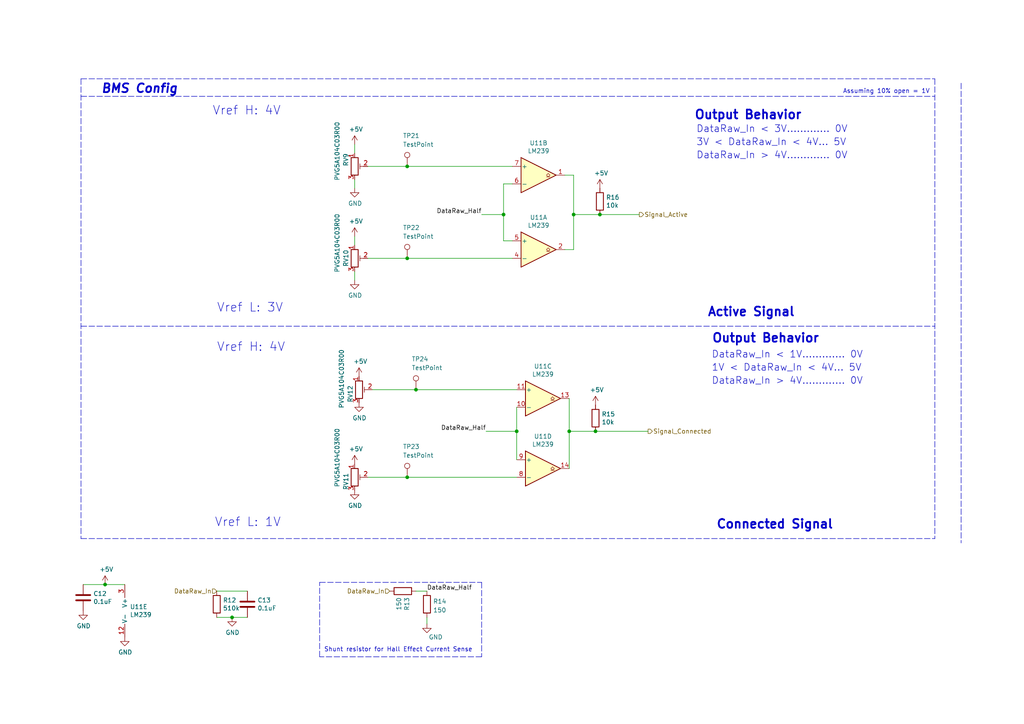
<source format=kicad_sch>
(kicad_sch (version 20211123) (generator eeschema)
  (paper "A4")
  (title_block (title "BSPD Dual Window Comparator Array") (date "2021-01-18") (rev "2") (company "Longhorn Racing Electric"))
  (lib_symbols
    (symbol "20-ELC-2-01-R1(Appetizer)-rescue:TestPoint-Connector" (pin_numbers hide) (pin_names (offset 0.762) hide)
      (property "Reference" "TP" (at 0 6.858 0))
      (property "Value" "TestPoint-Connector" (at 0 5.08 0))
      (symbol "TestPoint-Connector_0_1"
        (circle (center 0 3.302) (radius 0.762))
      )
      (symbol "TestPoint-Connector_1_1"
        (pin passive line (at 0 0 90) (length 2.54) (name "1") (number "1"))
      )
    )
    (symbol "20-ELC-2-01-R2(Appetizer)-rescue:R_POT_TRIM-Device" (pin_names (offset 1.016) hide)
      (property "Reference" "RV" (at -4.445 0 90))
      (property "Value" "R_POT_TRIM-Device" (at -2.54 0 90))
      (symbol "R_POT_TRIM-Device_0_1"
        (polyline (pts (xy 1.524 0.762) (xy 1.524 -0.762)))
        (polyline (pts (xy 2.54 0) (xy 1.524 0)))
        (rectangle (start 1.016 2.54) (end -1.016 -2.54) (stroke (width 0.254)))
      )
      (symbol "R_POT_TRIM-Device_1_1"
        (pin passive line (at 0 3.81 270) (length 1.27) (name "1") (number "1"))
        (pin passive line (at 3.81 0 180) (length 1.27) (name "2") (number "2"))
        (pin passive line (at 0 -3.81 90) (length 1.27) (name "3") (number "3"))
      )
    )
    (symbol "Comparator:LM339" (pin_names (offset 0.127))
      (property "Reference" "U" (at 0 5.08 0))
      (property "Value" "LM339" (at 0 -5.08 0))
      (symbol "LM339_1_1"
        (polyline (pts (xy -5.08 5.08) (xy 5.08 0) (xy -5.08 -5.08) (xy -5.08 5.08)) (stroke (width 0.254)) (fill (type background)))
        (polyline (pts (xy 3.302 -0.508) (xy 2.794 -0.508) (xy 3.302 0) (xy 2.794 0.508) (xy 2.286 0) (xy 2.794 -0.508) (xy 2.286 -0.508)) (stroke (width 0.127)))
        (pin open_collector line (at 7.62 0 180) (length 2.54) (name "~") (number "2"))
        (pin input line (at -7.62 -2.54 0) (length 2.54) (name "-") (number "4"))
        (pin input line (at -7.62 2.54 0) (length 2.54) (name "+") (number "5"))
      )
      (symbol "LM339_2_1"
        (polyline (pts (xy -5.08 5.08) (xy 5.08 0) (xy -5.08 -5.08) (xy -5.08 5.08)) (stroke (width 0.254)) (fill (type background)))
        (polyline (pts (xy 3.302 -0.508) (xy 2.794 -0.508) (xy 3.302 0) (xy 2.794 0.508) (xy 2.286 0) (xy 2.794 -0.508) (xy 2.286 -0.508)) (stroke (width 0.127)))
        (pin open_collector line (at 7.62 0 180) (length 2.54) (name "~") (number "1"))
        (pin input line (at -7.62 -2.54 0) (length 2.54) (name "-") (number "6"))
        (pin input line (at -7.62 2.54 0) (length 2.54) (name "+") (number "7"))
      )
      (symbol "LM339_3_1"
        (polyline (pts (xy -5.08 5.08) (xy 5.08 0) (xy -5.08 -5.08) (xy -5.08 5.08)) (stroke (width 0.254)) (fill (type background)))
        (polyline (pts (xy 3.302 -0.508) (xy 2.794 -0.508) (xy 3.302 0) (xy 2.794 0.508) (xy 2.286 0) (xy 2.794 -0.508) (xy 2.286 -0.508)) (stroke (width 0.127)))
        (pin input line (at -7.62 -2.54 0) (length 2.54) (name "-") (number "10"))
        (pin input line (at -7.62 2.54 0) (length 2.54) (name "+") (number "11"))
        (pin open_collector line (at 7.62 0 180) (length 2.54) (name "~") (number "13"))
      )
      (symbol "LM339_4_1"
        (polyline (pts (xy -5.08 5.08) (xy 5.08 0) (xy -5.08 -5.08) (xy -5.08 5.08)) (stroke (width 0.254)) (fill (type background)))
        (polyline (pts (xy 3.302 -0.508) (xy 2.794 -0.508) (xy 3.302 0) (xy 2.794 0.508) (xy 2.286 0) (xy 2.794 -0.508) (xy 2.286 -0.508)) (stroke (width 0.127)))
        (pin open_collector line (at 7.62 0 180) (length 2.54) (name "~") (number "14"))
        (pin input line (at -7.62 -2.54 0) (length 2.54) (name "-") (number "8"))
        (pin input line (at -7.62 2.54 0) (length 2.54) (name "+") (number "9"))
      )
      (symbol "LM339_5_1"
        (pin power_in line (at -2.54 -7.62 90) (length 3.81) (name "V-") (number "12"))
        (pin power_in line (at -2.54 7.62 270) (length 3.81) (name "V+") (number "3"))
      )
    )
    (symbol "Device:C" (pin_numbers hide) (pin_names (offset 0.254))
      (property "Reference" "C" (at 0.635 2.54 0))
      (property "Value" "C" (at 0.635 -2.54 0))
      (symbol "C_0_1"
        (polyline (pts (xy -2.032 -0.762) (xy 2.032 -0.762)) (stroke (width 0.508)))
        (polyline (pts (xy -2.032 0.762) (xy 2.032 0.762)) (stroke (width 0.508)))
      )
      (symbol "C_1_1"
        (pin passive line (at 0 3.81 270) (length 2.794) (name "~") (number "1"))
        (pin passive line (at 0 -3.81 90) (length 2.794) (name "~") (number "2"))
      )
    )
    (symbol "Device:R" (pin_numbers hide) (pin_names (offset 0))
      (property "Reference" "R" (at 2.032 0 90))
      (property "Value" "R" (at 0 0 90))
      (symbol "R_0_1"
        (rectangle (start -1.016 -2.54) (end 1.016 2.54) (stroke (width 0.254)))
      )
      (symbol "R_1_1"
        (pin passive line (at 0 3.81 270) (length 1.27) (name "~") (number "1"))
        (pin passive line (at 0 -3.81 90) (length 1.27) (name "~") (number "2"))
      )
    )
    (symbol "power:+5V" (power) (pin_names (offset 0))
      (property "Value" "+5V" (at 0 3.556 0))
      (symbol "+5V_0_1"
        (polyline (pts (xy -0.762 1.27) (xy 0 2.54)))
        (polyline (pts (xy 0 0) (xy 0 2.54)))
        (polyline (pts (xy 0 2.54) (xy 0.762 1.27)))
      )
      (symbol "+5V_1_1"
        (pin power_in line (at 0 0 90) (length 0) hide (name "+5V") (number "1"))
      )
    )
    (symbol "power:GND" (power) (pin_names (offset 0))
      (property "Value" "GND" (at 0 -3.81 0))
      (symbol "GND_0_1"
        (polyline (pts (xy 0 0) (xy 0 -1.27) (xy 1.27 -1.27) (xy 0 -2.54) (xy -1.27 -1.27) (xy 0 -1.27)))
      )
      (symbol "GND_1_1"
        (pin power_in line (at 0 0 270) (length 0) hide (name "GND") (number "1"))
      )
    )
  )
  (junction (at 118.11 48.26))
  (junction (at 118.11 138.43))
  (junction (at 118.11 74.93))
  (junction (at 67.31 179.07))
  (junction (at 172.72 125.095))
  (junction (at 165.1 125.095))
  (junction (at 120.65 113.03))
  (junction (at 146.05 62.23))
  (junction (at 30.48 169.545))
  (junction (at 166.37 62.23))
  (junction (at 173.99 62.23))
  (junction (at 149.86 125.095))
  (wire (pts (xy 163.83 50.8) (xy 166.37 50.8)))
  (polyline (pts (xy 23.495 22.86) (xy 23.495 156.21)))
  (wire (pts (xy 139.7 62.23) (xy 146.05 62.23)))
  (wire (pts (xy 166.37 62.23) (xy 173.99 62.23)))
  (polyline (pts (xy 271.145 22.86) (xy 271.145 156.21)))
  (polyline (pts (xy 23.495 22.86) (xy 271.145 22.86)))
  (wire (pts (xy 30.48 169.545) (xy 36.195 169.545)))
  (wire (pts (xy 140.97 125.095) (xy 149.86 125.095)))
  (wire (pts (xy 148.59 74.93) (xy 118.11 74.93)))
  (wire (pts (xy 102.87 52.07) (xy 102.87 54.61)))
  (wire (pts (xy 166.37 62.23) (xy 166.37 72.39)))
  (wire (pts (xy 118.11 48.26) (xy 106.68 48.26)))
  (wire (pts (xy 166.37 72.39) (xy 163.83 72.39)))
  (wire (pts (xy 102.87 44.45) (xy 102.87 41.91)))
  (polyline (pts (xy 92.71 190.5) (xy 92.71 168.91)))
  (wire (pts (xy 102.87 78.74) (xy 102.87 81.28)))
  (polyline (pts (xy 23.495 94.615) (xy 271.145 94.615)))
  (polyline (pts (xy 278.765 24.13) (xy 278.765 157.48)))
  (wire (pts (xy 149.86 138.43) (xy 118.11 138.43)))
  (wire (pts (xy 172.72 125.095) (xy 187.96 125.095)))
  (wire (pts (xy 149.86 113.03) (xy 120.65 113.03)))
  (wire (pts (xy 118.11 74.93) (xy 106.68 74.93)))
  (wire (pts (xy 166.37 50.8) (xy 166.37 62.23)))
  (wire (pts (xy 71.755 179.07) (xy 67.31 179.07)))
  (polyline (pts (xy 23.495 156.21) (xy 271.145 156.21)))
  (wire (pts (xy 148.59 48.26) (xy 118.11 48.26)))
  (wire (pts (xy 173.99 62.23) (xy 185.42 62.23)))
  (wire (pts (xy 148.59 53.34) (xy 146.05 53.34)))
  (wire (pts (xy 165.1 125.095) (xy 165.1 135.89)))
  (wire (pts (xy 120.65 113.03) (xy 107.95 113.03)))
  (wire (pts (xy 146.05 53.34) (xy 146.05 62.23)))
  (wire (pts (xy 62.865 171.45) (xy 71.755 171.45)))
  (wire (pts (xy 123.825 179.07) (xy 123.825 180.975)))
  (wire (pts (xy 149.86 125.095) (xy 149.86 133.35)))
  (polyline (pts (xy 139.7 190.5) (xy 92.71 190.5)))
  (wire (pts (xy 120.65 171.45) (xy 123.825 171.45)))
  (wire (pts (xy 67.31 179.07) (xy 62.865 179.07)))
  (polyline (pts (xy 139.7 168.91) (xy 139.7 190.5)))
  (polyline (pts (xy 23.495 27.94) (xy 271.145 27.94)))
  (wire (pts (xy 146.05 69.85) (xy 148.59 69.85)))
  (wire (pts (xy 149.86 118.11) (xy 149.86 125.095)))
  (wire (pts (xy 24.13 169.545) (xy 30.48 169.545)))
  (wire (pts (xy 165.1 115.57) (xy 165.1 125.095)))
  (wire (pts (xy 146.05 62.23) (xy 146.05 69.85)))
  (polyline (pts (xy 92.71 168.91) (xy 139.7 168.91)))
  (wire (pts (xy 118.11 138.43) (xy 106.68 138.43)))
  (wire (pts (xy 102.87 71.12) (xy 102.87 68.58)))
  (wire (pts (xy 165.1 125.095) (xy 172.72 125.095)))
  (text "Vref L: 1V\n" (at 62.23 153.035 0) (effects (font (size 2.54 2.54)) (justify left bottom)))
  (text "Vref H: 4V\n" (at 61.595 33.655 0) (effects (font (size 2.54 2.54)) (justify left bottom)))
  (text "Active Signal\n" (at 205.105 92.075 0) (effects (font (size 2.54 2.54) (thickness 0.508) bold) (justify left bottom)))
  (text "3V < DataRaw_In < 4V... 5V\n\n" (at 201.93 45.72 0) (effects (font (size 2.0066 2.0066)) (justify left bottom)))
  (text "Assuming 10% open = 1V\n" (at 244.475 27.305 0) (effects (font (size 1.27 1.27)) (justify left bottom)))
  (text "BMS Config" (at 29.21 27.305 0) (effects (font (size 2.54 2.54) (thickness 0.508) bold italic) (justify left bottom)))
  (text "Vref L: 3V\n" (at 62.865 90.805 0) (effects (font (size 2.54 2.54)) (justify left bottom)))
  (text "Vref H: 4V\n" (at 62.865 102.235 0) (effects (font (size 2.54 2.54)) (justify left bottom)))
  (text "DataRaw_In > 4V............. 0V\n\n" (at 206.375 114.935 0) (effects (font (size 2.0066 2.0066)) (justify left bottom)))
  (text "DataRaw_In < 1V............. 0V\n\n" (at 206.375 107.315 0) (effects (font (size 2.0066 2.0066)) (justify left bottom)))
  (text "DataRaw_In > 4V............. 0V\n\n" (at 201.93 49.53 0) (effects (font (size 2.0066 2.0066)) (justify left bottom)))
  (text "DataRaw_In < 3V............. 0V\n\n" (at 201.93 41.91 0) (effects (font (size 2.0066 2.0066)) (justify left bottom)))
  (text "1V < DataRaw_In < 4V... 5V\n\n" (at 206.375 111.125 0) (effects (font (size 2.0066 2.0066)) (justify left bottom)))
  (text "Connected Signal" (at 207.645 153.67 0) (effects (font (size 2.54 2.54) (thickness 0.508) bold) (justify left bottom)))
  (text "Output Behavior\n" (at 206.375 99.695 0) (effects (font (size 2.54 2.54) (thickness 0.508) bold) (justify left bottom)))
  (text "Shunt resistor for Hall Effect Current Sense" (at 93.98 189.23 0) (effects (font (size 1.27 1.27)) (justify left bottom)))
  (text "Output Behavior\n" (at 201.295 34.925 0) (effects (font (size 2.54 2.54) (thickness 0.508) bold) (justify left bottom)))
  (label "DataRaw_Half" (at 140.97 125.095 180))
  (label "DataRaw_Half" (at 139.7 62.23 180))
  (label "DataRaw_Half" (at 123.825 171.45 0))
  (hierarchical_label "Signal_Connected" (shape output) (at 187.96 125.095 0))
  (hierarchical_label "DataRaw_In" (shape input) (at 113.03 171.45 180))
  (hierarchical_label "Signal_Active" (shape output) (at 185.42 62.23 0))
  (hierarchical_label "DataRaw_In" (shape input) (at 62.865 171.45 180))
  (symbol (lib_id "power:+5V") (at 172.72 117.475 0) (unit 1)
    (property "Reference" "#PWR076" (effects hide))
    (property "Value" "+5V" (at 173.101 113.0808 0))
  )
  (symbol (lib_id "power:GND") (at 24.13 177.165 0) (unit 1)
    (property "Reference" "#PWR063" (effects hide))
    (property "Value" "GND" (at 24.257 181.5592 0))
  )
  (symbol (lib_id "power:+5V") (at 30.48 169.545 0) (unit 1)
    (property "Reference" "#PWR064" (effects hide))
    (property "Value" "+5V" (at 30.861 165.1508 0))
  )
  (symbol (lib_id "power:GND") (at 36.195 184.785 0) (unit 1)
    (property "Reference" "#PWR065" (effects hide))
    (property "Value" "GND" (at 36.322 189.1792 0))
  )
  (symbol (lib_id "Device:R") (at 172.72 121.285 180) (unit 1)
    (property "Reference" "R15" (at 174.498 120.1166 0) (effects (justify right)))
    (property "Value" "10k" (at 174.498 122.428 0) (effects (justify right)))
    (property "Footprint" "Resistor_SMD:R_0603_1608Metric_Pad0.98x0.95mm_HandSolder" (effects hide))
    (property "Description" "RES SMD 10K OHM 1% 0603 " (effects hide))
    (property "Package" "0603" (effects hide))
    (property "Manufacturer" "." (effects hide))
    (property "Part Number" "." (effects hide))
  )
  (symbol (lib_id "Device:C") (at 24.13 173.355 0) (unit 1)
    (property "Reference" "C12" (at 27.051 172.1866 0) (effects (justify left)))
    (property "Value" "0.1uF" (at 27.051 174.498 0) (effects (justify left)))
    (property "Footprint" "Capacitor_SMD:C_0603_1608Metric_Pad1.08x0.95mm_HandSolder" (effects hide))
    (property "Manufacturer" "." (effects hide))
    (property "Part Number" "." (effects hide))
    (property "Description" "CAP CER 0.1UF 25V X7R 0603" (effects hide))
    (property "Package" "0603" (effects hide))
  )
  (symbol (lib_id "Comparator:LM339") (at 38.735 177.165 0) (unit 5)
    (property "Reference" "U11" (at 37.6682 175.9966 0) (effects (justify left)))
    (property "Value" "LM239" (at 37.6682 178.308 0) (effects (justify left)))
    (property "Footprint" "Package_SO:SO-14_3.9x8.65mm_P1.27mm" (effects hide))
    (property "Datasheet" "https://www.st.com/resource/en/datasheet/lm139.pdf" (effects hide))
    (property "Description" "IC COMP QUAD LOW PWR 14SOIC" (effects hide))
    (property "Manufacturer" "STMicroelectronics" (effects hide))
    (property "Part Number" "LM239DT" (effects hide))
    (property "Package" "14-SOIC" (effects hide))
  )
  (symbol (lib_id "Device:R") (at 62.865 175.26 180) (unit 1)
    (property "Reference" "R12" (at 64.643 174.0916 0) (effects (justify right)))
    (property "Value" "510k" (at 64.643 176.403 0) (effects (justify right)))
    (property "Footprint" "Resistor_SMD:R_0603_1608Metric_Pad0.98x0.95mm_HandSolder" (effects hide))
    (property "Description" "RES SMD 510K OHM 1% 0603 " (effects hide))
    (property "Package" "0603" (effects hide))
    (property "Manufacturer" "." (effects hide))
    (property "Part Number" "." (effects hide))
  )
  (symbol (lib_id "power:GND") (at 67.31 179.07 0) (unit 1)
    (property "Reference" "#PWR066" (effects hide))
    (property "Value" "GND" (at 67.437 183.4642 0))
  )
  (symbol (lib_id "Device:C") (at 71.755 175.26 0) (unit 1)
    (property "Reference" "C13" (at 74.676 174.0916 0) (effects (justify left)))
    (property "Value" "0.1uF" (at 74.676 176.403 0) (effects (justify left)))
    (property "Footprint" "Capacitor_SMD:C_0603_1608Metric_Pad1.08x0.95mm_HandSolder" (effects hide))
    (property "Manufacturer" "." (effects hide))
    (property "Part Number" "." (effects hide))
    (property "Description" "CAP CER 0.1UF 25V X7R 0603" (effects hide))
    (property "Package" "0603" (effects hide))
  )
  (symbol (lib_id "power:GND") (at 102.87 142.24 0) (unit 1)
    (property "Reference" "#PWR072" (effects hide))
    (property "Value" "GND" (at 102.997 146.6342 0))
  )
  (symbol (lib_id "20-ELC-2-01-R2(Appetizer)-rescue:R_POT_TRIM-Device") (at 102.87 138.43 0) (unit 1)
    (property "Reference" "RV11" (at 100.33 137.16 90) (effects (justify right)))
    (property "Value" "PVG5A104C03R00 " (at 97.79 123.19 90) (effects (justify right)))
    (property "Footprint" "LHRE Footprint Library:PV36W201C01B00" (effects hide))
    (property "Datasheet" "https://www.mouser.com/datasheet/2/54/pv36-907345.pdf" (effects hide))
    (property "Notes" "voltage division 40.2k/10k" (effects hide))
  )
  (symbol (lib_id "Comparator:LM339") (at 157.48 135.89 0) (unit 4)
    (property "Reference" "U11" (at 157.48 126.5682 0))
    (property "Value" "LM239" (at 157.48 128.8796 0))
    (property "Footprint" "Package_SO:SO-14_3.9x8.65mm_P1.27mm" (effects hide))
    (property "Datasheet" "https://www.st.com/resource/en/datasheet/lm139.pdf" (effects hide))
    (property "Description" "IC COMP QUAD LOW PWR 14SOIC" (effects hide))
    (property "Manufacturer" "STMicroelectronics" (effects hide))
    (property "Part Number" "LM239DT" (effects hide))
    (property "Package" "14-SOIC" (effects hide))
  )
  (symbol (lib_id "Comparator:LM339") (at 157.48 115.57 0) (unit 3)
    (property "Reference" "U11" (at 157.48 106.2482 0))
    (property "Value" "LM239" (at 157.48 108.5596 0))
    (property "Footprint" "Package_SO:SO-14_3.9x8.65mm_P1.27mm" (effects hide))
    (property "Datasheet" "https://www.st.com/resource/en/datasheet/lm139.pdf" (effects hide))
    (property "Description" "IC COMP QUAD LOW PWR 14SOIC" (effects hide))
    (property "Manufacturer" "STMicroelectronics" (effects hide))
    (property "Part Number" "LM239DT" (effects hide))
    (property "Package" "14-SOIC" (effects hide))
  )
  (symbol (lib_id "power:+5V") (at 104.14 109.22 0) (unit 1)
    (property "Reference" "#PWR073" (effects hide))
    (property "Value" "+5V" (at 104.521 104.8258 0))
  )
  (symbol (lib_id "20-ELC-2-01-R2(Appetizer)-rescue:R_POT_TRIM-Device") (at 104.14 113.03 0) (unit 1)
    (property "Reference" "RV12" (at 101.6 111.76 90) (effects (justify right)))
    (property "Value" "PVG5A104C03R00 " (at 99.06 100.33 90) (effects (justify right)))
    (property "Footprint" "LHRE Footprint Library:PV36W201C01B00" (effects hide))
    (property "Datasheet" "https://www.mouser.com/datasheet/2/54/pv36-907345.pdf" (effects hide))
    (property "Notes" "voltage division 10k/40.2k " (effects hide))
  )
  (symbol (lib_id "power:GND") (at 104.14 116.84 0) (unit 1)
    (property "Reference" "#PWR074" (effects hide))
    (property "Value" "GND" (at 104.267 121.2342 0))
  )
  (symbol (lib_id "power:GND") (at 102.87 81.28 0) (unit 1)
    (property "Reference" "#PWR070" (effects hide))
    (property "Value" "GND" (at 102.997 85.6742 0))
  )
  (symbol (lib_id "power:+5V") (at 102.87 68.58 0) (unit 1)
    (property "Reference" "#PWR069" (effects hide))
    (property "Value" "+5V" (at 103.251 64.1858 0))
  )
  (symbol (lib_id "20-ELC-2-01-R2(Appetizer)-rescue:R_POT_TRIM-Device") (at 102.87 74.93 0) (unit 1)
    (property "Reference" "RV10" (at 100.33 72.39 90) (effects (justify right)))
    (property "Value" "PVG5A104C03R00 " (at 97.79 60.96 90) (effects (justify right)))
    (property "Footprint" "LHRE Footprint Library:PV36W201C01B00" (effects hide))
    (property "Datasheet" "https://www.mouser.com/datasheet/2/54/pv36-907345.pdf" (effects hide))
    (property "Notes" "voltage division 20k/30.1k" (effects hide))
  )
  (symbol (lib_id "Comparator:LM339") (at 156.21 72.39 0) (unit 1)
    (property "Reference" "U11" (at 156.21 63.0682 0))
    (property "Value" "LM239" (at 156.21 65.3796 0))
    (property "Footprint" "Package_SO:SO-14_3.9x8.65mm_P1.27mm" (effects hide))
    (property "Datasheet" "https://www.st.com/resource/en/datasheet/lm139.pdf" (effects hide))
    (property "Manufacturer" "STMicroelectronics" (effects hide))
    (property "Part Number" "LM239DT" (effects hide))
    (property "Description" "IC COMP QUAD LOW PWR 14SOIC" (effects hide))
    (property "Package" "14-SOIC" (effects hide))
  )
  (symbol (lib_id "Comparator:LM339") (at 156.21 50.8 0) (unit 2)
    (property "Reference" "U11" (at 156.21 41.4782 0))
    (property "Value" "LM239" (at 156.21 43.7896 0))
    (property "Footprint" "Package_SO:SO-14_3.9x8.65mm_P1.27mm" (effects hide))
    (property "Datasheet" "https://www.st.com/resource/en/datasheet/lm139.pdf" (effects hide))
    (property "Description" "IC COMP QUAD LOW PWR 14SOIC" (effects hide))
    (property "Manufacturer" "STMicroelectronics" (effects hide))
    (property "Part Number" "LM239DT" (effects hide))
    (property "Package" "14-SOIC" (effects hide))
  )
  (symbol (lib_id "20-ELC-2-01-R2(Appetizer)-rescue:R_POT_TRIM-Device") (at 102.87 48.26 0) (unit 1)
    (property "Reference" "RV9" (at 100.33 44.45 90) (effects (justify right)))
    (property "Value" "PVG5A104C03R00 " (at 97.79 34.29 90) (effects (justify right)))
    (property "Footprint" "LHRE Footprint Library:PV36W201C01B00" (effects hide))
    (property "Datasheet" "https://www.mouser.com/datasheet/2/54/pv36-907345.pdf" (effects hide))
    (property "Notes" "10k/40.2k voltage division" (effects hide))
  )
  (symbol (lib_id "power:+5V") (at 102.87 41.91 0) (unit 1)
    (property "Reference" "#PWR067" (effects hide))
    (property "Value" "+5V" (at 103.251 37.5158 0))
  )
  (symbol (lib_id "power:GND") (at 102.87 54.61 0) (unit 1)
    (property "Reference" "#PWR068" (effects hide))
    (property "Value" "GND" (at 102.997 59.0042 0))
  )
  (symbol (lib_id "Device:R") (at 173.99 58.42 0) (unit 1)
    (property "Reference" "R16" (at 175.768 57.2516 0) (effects (justify left)))
    (property "Value" "10k" (at 175.768 59.563 0) (effects (justify left)))
    (property "Footprint" "Resistor_SMD:R_0603_1608Metric_Pad0.98x0.95mm_HandSolder" (effects hide))
  )
  (symbol (lib_id "power:+5V") (at 173.99 54.61 0) (unit 1)
    (property "Reference" "#PWR077" (effects hide))
    (property "Value" "+5V" (at 174.371 50.2158 0))
  )
  (symbol (lib_id "20-ELC-2-01-R1(Appetizer)-rescue:TestPoint-Connector") (at 120.65 113.03 0) (unit 1)
    (property "Reference" "TP24" (at 119.38 104.14 0) (effects (justify left)))
    (property "Value" "TestPoint" (at 119.38 106.68 0) (effects (justify left)))
    (property "Footprint" "TestPoint:TestPoint_THTPad_D1.0mm_Drill0.5mm" (effects hide))
  )
  (symbol (lib_id "20-ELC-2-01-R1(Appetizer)-rescue:TestPoint-Connector") (at 118.11 138.43 0) (unit 1)
    (property "Reference" "TP23" (at 116.84 129.54 0) (effects (justify left)))
    (property "Value" "TestPoint" (at 116.84 132.08 0) (effects (justify left)))
    (property "Footprint" "TestPoint:TestPoint_THTPad_D1.0mm_Drill0.5mm" (effects hide))
  )
  (symbol (lib_id "20-ELC-2-01-R1(Appetizer)-rescue:TestPoint-Connector") (at 118.11 48.26 0) (unit 1)
    (property "Reference" "TP21" (at 116.84 39.37 0) (effects (justify left)))
    (property "Value" "TestPoint" (at 116.84 41.91 0) (effects (justify left)))
    (property "Footprint" "TestPoint:TestPoint_THTPad_D1.0mm_Drill0.5mm" (effects hide))
  )
  (symbol (lib_id "20-ELC-2-01-R1(Appetizer)-rescue:TestPoint-Connector") (at 118.11 74.93 0) (unit 1)
    (property "Reference" "TP22" (at 116.84 66.04 0) (effects (justify left)))
    (property "Value" "TestPoint" (at 116.84 68.58 0) (effects (justify left)))
    (property "Footprint" "TestPoint:TestPoint_THTPad_D1.0mm_Drill0.5mm" (effects hide))
  )
  (symbol (lib_id "power:+5V") (at 102.87 134.62 0) (unit 1)
    (property "Reference" "#PWR071" (effects hide))
    (property "Value" "+5V" (at 103.251 130.2258 0))
  )
  (symbol (lib_id "Device:R") (at 116.84 171.45 270) (unit 1)
    (property "Reference" "R13" (at 118.0084 173.228 0) (effects (justify left)))
    (property "Value" "150" (at 115.697 173.228 0) (effects (justify left)))
    (property "Footprint" "Resistor_SMD:R_0603_1608Metric_Pad0.98x0.95mm_HandSolder" (effects hide))
    (property "Package" "0603" (effects hide))
  )
  (symbol (lib_id "power:GND") (at 123.825 180.975 0) (unit 1)
    (property "Reference" "#PWR075" (effects hide))
    (property "Value" "GND" (at 126.365 184.785 0))
  )
  (symbol (lib_id "Device:R") (at 123.825 175.26 0) (unit 1)
    (property "Reference" "R14" (at 125.603 174.4253 0) (effects (justify left)))
    (property "Value" "150" (at 125.603 176.9622 0) (effects (justify left)))
    (property "Footprint" "Resistor_SMD:R_0603_1608Metric_Pad0.98x0.95mm_HandSolder" (effects hide))
  )
)
</source>
